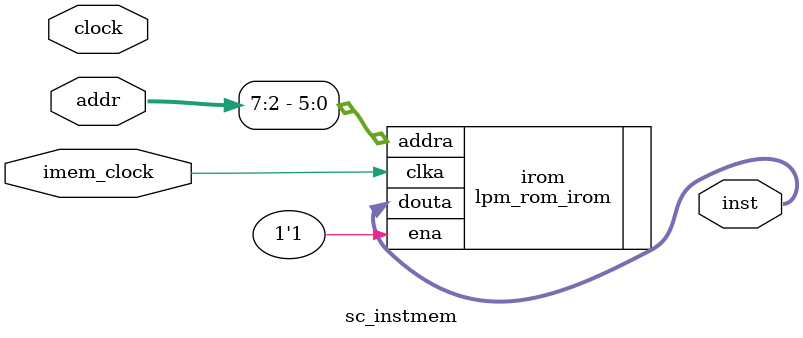
<source format=v>
module sc_instmem (addr,inst,clock,imem_clock);
   input  [31:0] addr;
   input         clock;
   input         imem_clock;
   output [31:0] inst;


//   assign  imem_clk = clock & ( ~ mem_clk );      
   
//   lpm_rom_irom irom (addr[7:2],imem_clk,inst); 
   

lpm_rom_irom irom (
  .clka(imem_clock),    // input wire imem_clk
  .addra(addr[7:2]),  // input wire addr[7 : 2] 
  .douta(inst),  // output wire inst[31 : 0] 
  .ena(1'b1)
);

endmodule 
</source>
